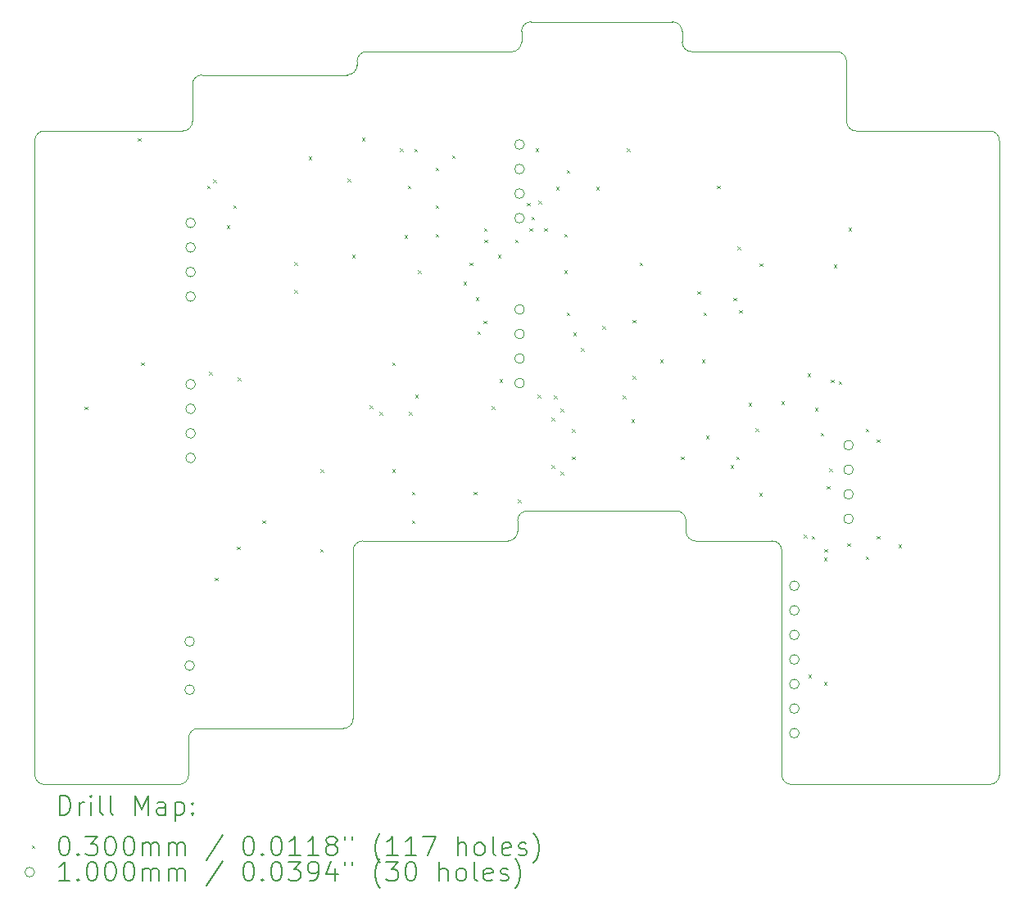
<source format=gbr>
%TF.GenerationSoftware,KiCad,Pcbnew,9.0.0*%
%TF.CreationDate,2025-04-19T15:35:50+09:00*%
%TF.ProjectId,nofy_V2_R,6e6f6679-5f56-4325-9f52-2e6b69636164,rev?*%
%TF.SameCoordinates,Original*%
%TF.FileFunction,Drillmap*%
%TF.FilePolarity,Positive*%
%FSLAX45Y45*%
G04 Gerber Fmt 4.5, Leading zero omitted, Abs format (unit mm)*
G04 Created by KiCad (PCBNEW 9.0.0) date 2025-04-19 15:35:50*
%MOMM*%
%LPD*%
G01*
G04 APERTURE LIST*
%ADD10C,0.050000*%
%ADD11C,0.200000*%
%ADD12C,0.100000*%
G04 APERTURE END LIST*
D10*
X5451250Y-2402585D02*
G75*
G02*
X5351250Y-2502590I-100000J-5D01*
G01*
X8751250Y-7012585D02*
G75*
G02*
X8851245Y-7112585I0J-99995D01*
G01*
X2121250Y-3182585D02*
X2121250Y-9742585D01*
X7151250Y-2052585D02*
G75*
G02*
X7251250Y-1952580I100000J5D01*
G01*
X7111250Y-7112585D02*
G75*
G02*
X7211250Y-7012580I100000J5D01*
G01*
X9941250Y-9842585D02*
X11991250Y-9842585D01*
X3711250Y-9742585D02*
G75*
G02*
X3611250Y-9842585I-100000J0D01*
G01*
X7151250Y-2162585D02*
G75*
G02*
X7051250Y-2262590I-100000J-5D01*
G01*
X10611250Y-3082584D02*
G75*
G02*
X10511246Y-2982584I0J100004D01*
G01*
X3711250Y-9742585D02*
X3711250Y-9362585D01*
X7151250Y-2052585D02*
X7151250Y-2162585D01*
X9841250Y-7422585D02*
X9841250Y-9742585D01*
X5411250Y-7422585D02*
G75*
G02*
X5511250Y-7322580I100000J5D01*
G01*
X8711250Y-1952585D02*
X7251250Y-1952585D01*
X10411250Y-2262585D02*
X8911250Y-2262585D01*
X9741250Y-7322585D02*
G75*
G02*
X9841245Y-7422585I0J-99995D01*
G01*
X7111250Y-7222585D02*
X7111250Y-7112585D01*
X8951250Y-7322585D02*
X9741250Y-7322585D01*
X8911250Y-2262585D02*
G75*
G02*
X8811255Y-2162585I0J99995D01*
G01*
X5511250Y-7322585D02*
X7011250Y-7322585D01*
X7051250Y-2262585D02*
X5551250Y-2262585D01*
X7111250Y-7222585D02*
G75*
G02*
X7011250Y-7322590I-100000J-5D01*
G01*
X3751250Y-2602585D02*
G75*
G02*
X3851250Y-2502580I100000J5D01*
G01*
X2221250Y-9842585D02*
G75*
G02*
X2121255Y-9742585I0J99995D01*
G01*
X10411250Y-2262585D02*
G75*
G02*
X10511245Y-2362585I0J-99995D01*
G01*
X7211250Y-7012585D02*
X8751250Y-7012585D01*
X8951250Y-7322585D02*
G75*
G02*
X8851255Y-7222585I0J99995D01*
G01*
X2221250Y-9842585D02*
X3611250Y-9842585D01*
X2121250Y-3182585D02*
G75*
G02*
X2221250Y-3082585I100000J0D01*
G01*
X3751250Y-2982585D02*
X3751250Y-2602585D01*
X3651250Y-3082585D02*
X2221250Y-3082585D01*
X8711250Y-1952585D02*
G75*
G02*
X8811245Y-2052585I0J-99995D01*
G01*
X8851250Y-7112585D02*
X8851250Y-7222585D01*
X9941250Y-9842585D02*
G75*
G02*
X9841255Y-9742585I0J99995D01*
G01*
X3811250Y-9262585D02*
X5311250Y-9262585D01*
X8811250Y-2162585D02*
X8811250Y-2052585D01*
X12091250Y-3182585D02*
X12091250Y-9742585D01*
X5351250Y-2502585D02*
X3851250Y-2502585D01*
X5411250Y-9162585D02*
X5411250Y-7422585D01*
X10511250Y-2982584D02*
X10511250Y-2362585D01*
X11991250Y-3082585D02*
G75*
G02*
X12091245Y-3182585I0J-99995D01*
G01*
X3751250Y-2982585D02*
G75*
G02*
X3651250Y-3082585I-100000J0D01*
G01*
X3711250Y-9362585D02*
G75*
G02*
X3811250Y-9262580I100000J5D01*
G01*
X5451250Y-2362585D02*
X5451250Y-2402585D01*
X5451250Y-2362585D02*
G75*
G02*
X5551250Y-2262580I100000J5D01*
G01*
X5411250Y-9162585D02*
G75*
G02*
X5311250Y-9262590I-100000J-5D01*
G01*
X11991250Y-3082585D02*
X10611250Y-3082584D01*
X12091250Y-9742585D02*
G75*
G02*
X11991250Y-9842590I-100000J-5D01*
G01*
D11*
D12*
X2637350Y-5933265D02*
X2667350Y-5963265D01*
X2667350Y-5933265D02*
X2637350Y-5963265D01*
X3186250Y-3157585D02*
X3216250Y-3187585D01*
X3216250Y-3157585D02*
X3186250Y-3187585D01*
X3219550Y-5477845D02*
X3249550Y-5507845D01*
X3249550Y-5477845D02*
X3219550Y-5507845D01*
X3903010Y-3645625D02*
X3933010Y-3675625D01*
X3933010Y-3645625D02*
X3903010Y-3675625D01*
X3921250Y-5572585D02*
X3951250Y-5602585D01*
X3951250Y-5572585D02*
X3921250Y-5602585D01*
X3965650Y-3585255D02*
X3995650Y-3615255D01*
X3995650Y-3585255D02*
X3965650Y-3615255D01*
X3983850Y-7702795D02*
X4013850Y-7732795D01*
X4013850Y-7702795D02*
X3983850Y-7732795D01*
X4104850Y-4058985D02*
X4134850Y-4088985D01*
X4134850Y-4058985D02*
X4104850Y-4088985D01*
X4172340Y-3852585D02*
X4202340Y-3882585D01*
X4202340Y-3852585D02*
X4172340Y-3882585D01*
X4209190Y-7382405D02*
X4239190Y-7412405D01*
X4239190Y-7382405D02*
X4209190Y-7412405D01*
X4218750Y-5635145D02*
X4248750Y-5665145D01*
X4248750Y-5635145D02*
X4218750Y-5665145D01*
X4472250Y-7110455D02*
X4502250Y-7140455D01*
X4502250Y-7110455D02*
X4472250Y-7140455D01*
X4804910Y-4438215D02*
X4834910Y-4468215D01*
X4834910Y-4438215D02*
X4804910Y-4468215D01*
X4804910Y-4727145D02*
X4834910Y-4757145D01*
X4834910Y-4727145D02*
X4804910Y-4757145D01*
X4952120Y-3348185D02*
X4982120Y-3378185D01*
X4982120Y-3348185D02*
X4952120Y-3378185D01*
X5071740Y-7407455D02*
X5101740Y-7437455D01*
X5101740Y-7407455D02*
X5071740Y-7437455D01*
X5072070Y-6581895D02*
X5102070Y-6611895D01*
X5102070Y-6581895D02*
X5072070Y-6611895D01*
X5351980Y-3576755D02*
X5381980Y-3606755D01*
X5381980Y-3576755D02*
X5351980Y-3606755D01*
X5401250Y-4362525D02*
X5431250Y-4392525D01*
X5431250Y-4362525D02*
X5401250Y-4392525D01*
X5501250Y-3150315D02*
X5531250Y-3180315D01*
X5531250Y-3150315D02*
X5501250Y-3180315D01*
X5581670Y-5921085D02*
X5611670Y-5951085D01*
X5611670Y-5921085D02*
X5581670Y-5951085D01*
X5684100Y-5989805D02*
X5714100Y-6019805D01*
X5714100Y-5989805D02*
X5684100Y-6019805D01*
X5816250Y-5477845D02*
X5846250Y-5507845D01*
X5846250Y-5477845D02*
X5816250Y-5507845D01*
X5816250Y-6581895D02*
X5846250Y-6611895D01*
X5846250Y-6581895D02*
X5816250Y-6611895D01*
X5896940Y-3262585D02*
X5926940Y-3292585D01*
X5926940Y-3262585D02*
X5896940Y-3292585D01*
X5943090Y-4160015D02*
X5973090Y-4190015D01*
X5973090Y-4160015D02*
X5943090Y-4190015D01*
X5976250Y-3645625D02*
X6006250Y-3675625D01*
X6006250Y-3645625D02*
X5976250Y-3675625D01*
X5988750Y-5988615D02*
X6018750Y-6018615D01*
X6018750Y-5988615D02*
X5988750Y-6018615D01*
X6018210Y-6815075D02*
X6048210Y-6845075D01*
X6048210Y-6815075D02*
X6018210Y-6845075D01*
X6018210Y-7110455D02*
X6048210Y-7140455D01*
X6048210Y-7110455D02*
X6018210Y-7140455D01*
X6042390Y-3266955D02*
X6072390Y-3296955D01*
X6072390Y-3266955D02*
X6042390Y-3296955D01*
X6050680Y-5808685D02*
X6080680Y-5838685D01*
X6080680Y-5808685D02*
X6050680Y-5838685D01*
X6083230Y-4522235D02*
X6113230Y-4552235D01*
X6113230Y-4522235D02*
X6083230Y-4552235D01*
X6262310Y-3461695D02*
X6292310Y-3491695D01*
X6292310Y-3461695D02*
X6262310Y-3491695D01*
X6262420Y-3852585D02*
X6292420Y-3882585D01*
X6292420Y-3852585D02*
X6262420Y-3882585D01*
X6264950Y-4147555D02*
X6294950Y-4177555D01*
X6294950Y-4147555D02*
X6264950Y-4177555D01*
X6433590Y-3334095D02*
X6463590Y-3364095D01*
X6463590Y-3334095D02*
X6433590Y-3364095D01*
X6551970Y-4643465D02*
X6581970Y-4673465D01*
X6581970Y-4643465D02*
X6551970Y-4673465D01*
X6613750Y-4445045D02*
X6643750Y-4475045D01*
X6643750Y-4445045D02*
X6613750Y-4475045D01*
X6656030Y-6815075D02*
X6686030Y-6845075D01*
X6686030Y-6815075D02*
X6656030Y-6845075D01*
X6676770Y-4803125D02*
X6706770Y-4833125D01*
X6706770Y-4803125D02*
X6676770Y-4833125D01*
X6694960Y-5153055D02*
X6724960Y-5183055D01*
X6724960Y-5153055D02*
X6694960Y-5183055D01*
X6761060Y-5045285D02*
X6791060Y-5075285D01*
X6791060Y-5045285D02*
X6761060Y-5075285D01*
X6763850Y-4086725D02*
X6793850Y-4116725D01*
X6793850Y-4086725D02*
X6763850Y-4116725D01*
X6767390Y-4207725D02*
X6797390Y-4237725D01*
X6797390Y-4207725D02*
X6767390Y-4237725D01*
X6842890Y-5930795D02*
X6872890Y-5960795D01*
X6872890Y-5930795D02*
X6842890Y-5960795D01*
X6906250Y-4362525D02*
X6936250Y-4392525D01*
X6936250Y-4362525D02*
X6906250Y-4392525D01*
X6922960Y-5649695D02*
X6952960Y-5679695D01*
X6952960Y-5649695D02*
X6922960Y-5679695D01*
X7083800Y-4207725D02*
X7113800Y-4237725D01*
X7113800Y-4207725D02*
X7083800Y-4237725D01*
X7116250Y-6896415D02*
X7146250Y-6926415D01*
X7146250Y-6896415D02*
X7116250Y-6926415D01*
X7206580Y-3823915D02*
X7236580Y-3853915D01*
X7236580Y-3823915D02*
X7206580Y-3853915D01*
X7233330Y-4086725D02*
X7263330Y-4116725D01*
X7263330Y-4086725D02*
X7233330Y-4116725D01*
X7255060Y-3969585D02*
X7285060Y-3999585D01*
X7285060Y-3969585D02*
X7255060Y-3999585D01*
X7298320Y-3260245D02*
X7328320Y-3290245D01*
X7328320Y-3260245D02*
X7298320Y-3290245D01*
X7319770Y-5808685D02*
X7349770Y-5838685D01*
X7349770Y-5808685D02*
X7319770Y-5838685D01*
X7326920Y-3804285D02*
X7356920Y-3834285D01*
X7356920Y-3804285D02*
X7326920Y-3834285D01*
X7387100Y-4086725D02*
X7417100Y-4116725D01*
X7417100Y-4086725D02*
X7387100Y-4116725D01*
X7461710Y-6050045D02*
X7491710Y-6080045D01*
X7491710Y-6050045D02*
X7461710Y-6080045D01*
X7461710Y-6536895D02*
X7491710Y-6566895D01*
X7491710Y-6536895D02*
X7461710Y-6566895D01*
X7485540Y-5818275D02*
X7515540Y-5848275D01*
X7515540Y-5818275D02*
X7485540Y-5848275D01*
X7507820Y-3660345D02*
X7537820Y-3690345D01*
X7537820Y-3660345D02*
X7507820Y-3690345D01*
X7556510Y-5956035D02*
X7586510Y-5986035D01*
X7586510Y-5956035D02*
X7556510Y-5986035D01*
X7556510Y-6606545D02*
X7586510Y-6636545D01*
X7586510Y-6606545D02*
X7556510Y-6636545D01*
X7591250Y-4147555D02*
X7621250Y-4177555D01*
X7621250Y-4147555D02*
X7591250Y-4177555D01*
X7591250Y-4525685D02*
X7621250Y-4555685D01*
X7621250Y-4525685D02*
X7591250Y-4555685D01*
X7618750Y-3487545D02*
X7648750Y-3517545D01*
X7648750Y-3487545D02*
X7618750Y-3517545D01*
X7618750Y-4958225D02*
X7648750Y-4988225D01*
X7648750Y-4958225D02*
X7618750Y-4988225D01*
X7673780Y-6164655D02*
X7703780Y-6194655D01*
X7703780Y-6164655D02*
X7673780Y-6194655D01*
X7673780Y-6448465D02*
X7703780Y-6478465D01*
X7703780Y-6448465D02*
X7673780Y-6478465D01*
X7685610Y-5167585D02*
X7715610Y-5197585D01*
X7715610Y-5167585D02*
X7685610Y-5197585D01*
X7764560Y-5326955D02*
X7794560Y-5356955D01*
X7794560Y-5326955D02*
X7764560Y-5356955D01*
X7921420Y-3660345D02*
X7951420Y-3690345D01*
X7951420Y-3660345D02*
X7921420Y-3690345D01*
X7985490Y-5099235D02*
X8015490Y-5129235D01*
X8015490Y-5099235D02*
X7985490Y-5129235D01*
X8199350Y-5820475D02*
X8229350Y-5850475D01*
X8229350Y-5820475D02*
X8199350Y-5850475D01*
X8240060Y-3260245D02*
X8270060Y-3290245D01*
X8270060Y-3260245D02*
X8240060Y-3290245D01*
X8288880Y-6063685D02*
X8318880Y-6093685D01*
X8318880Y-6063685D02*
X8288880Y-6093685D01*
X8301640Y-5037115D02*
X8331640Y-5067115D01*
X8331640Y-5037115D02*
X8301640Y-5067115D01*
X8301640Y-5617415D02*
X8331640Y-5647415D01*
X8331640Y-5617415D02*
X8301640Y-5647415D01*
X8371080Y-4444925D02*
X8401080Y-4474925D01*
X8401080Y-4444925D02*
X8371080Y-4474925D01*
X8585220Y-5446815D02*
X8615220Y-5476815D01*
X8615220Y-5446815D02*
X8585220Y-5476815D01*
X8801250Y-6448465D02*
X8831250Y-6478465D01*
X8831250Y-6448465D02*
X8801250Y-6478465D01*
X8970900Y-4741095D02*
X9000900Y-4771095D01*
X9000900Y-4741095D02*
X8970900Y-4771095D01*
X9013930Y-5446815D02*
X9043930Y-5476815D01*
X9043930Y-5446815D02*
X9013930Y-5476815D01*
X9031920Y-4958225D02*
X9061920Y-4988225D01*
X9061920Y-4958225D02*
X9031920Y-4988225D01*
X9056080Y-6232555D02*
X9086080Y-6262555D01*
X9086080Y-6232555D02*
X9056080Y-6262555D01*
X9171250Y-3648275D02*
X9201250Y-3678275D01*
X9201250Y-3648275D02*
X9171250Y-3678275D01*
X9313110Y-6536895D02*
X9343110Y-6566895D01*
X9343110Y-6536895D02*
X9313110Y-6566895D01*
X9340160Y-4807505D02*
X9370160Y-4837505D01*
X9370160Y-4807505D02*
X9340160Y-4837505D01*
X9371940Y-6448465D02*
X9401940Y-6478465D01*
X9401940Y-6448465D02*
X9371940Y-6478465D01*
X9385360Y-4278425D02*
X9415360Y-4308425D01*
X9415360Y-4278425D02*
X9385360Y-4308425D01*
X9400330Y-4932555D02*
X9430330Y-4962555D01*
X9430330Y-4932555D02*
X9400330Y-4962555D01*
X9496250Y-5893475D02*
X9526250Y-5923475D01*
X9526250Y-5893475D02*
X9496250Y-5923475D01*
X9570720Y-6155725D02*
X9600720Y-6185725D01*
X9600720Y-6155725D02*
X9570720Y-6185725D01*
X9609560Y-6825585D02*
X9639560Y-6855585D01*
X9639560Y-6825585D02*
X9609560Y-6855585D01*
X9611250Y-4452585D02*
X9641250Y-4482585D01*
X9641250Y-4452585D02*
X9611250Y-4482585D01*
X9835480Y-5877875D02*
X9865480Y-5907875D01*
X9865480Y-5877875D02*
X9835480Y-5907875D01*
X10071420Y-7260755D02*
X10101420Y-7290755D01*
X10101420Y-7260755D02*
X10071420Y-7290755D01*
X10107910Y-5592785D02*
X10137910Y-5622785D01*
X10137910Y-5592785D02*
X10107910Y-5622785D01*
X10116340Y-8708045D02*
X10146340Y-8738045D01*
X10146340Y-8708045D02*
X10116340Y-8738045D01*
X10150818Y-7270553D02*
X10180818Y-7300553D01*
X10180818Y-7270553D02*
X10150818Y-7300553D01*
X10182620Y-5948335D02*
X10212620Y-5978335D01*
X10212620Y-5948335D02*
X10182620Y-5978335D01*
X10243210Y-6204375D02*
X10273210Y-6234375D01*
X10273210Y-6204375D02*
X10243210Y-6234375D01*
X10275040Y-7495665D02*
X10305040Y-7525665D01*
X10305040Y-7495665D02*
X10275040Y-7525665D01*
X10275040Y-8782945D02*
X10305040Y-8812945D01*
X10305040Y-8782945D02*
X10275040Y-8812945D01*
X10279760Y-7406625D02*
X10309760Y-7436625D01*
X10309760Y-7406625D02*
X10279760Y-7436625D01*
X10305130Y-6755305D02*
X10335130Y-6785305D01*
X10335130Y-6755305D02*
X10305130Y-6785305D01*
X10332650Y-6571585D02*
X10362650Y-6601585D01*
X10362650Y-6571585D02*
X10332650Y-6601585D01*
X10348130Y-5652955D02*
X10378130Y-5682955D01*
X10378130Y-5652955D02*
X10348130Y-5682955D01*
X10380370Y-4463695D02*
X10410370Y-4493695D01*
X10410370Y-4463695D02*
X10380370Y-4493695D01*
X10428300Y-5671845D02*
X10458300Y-5701845D01*
X10458300Y-5671845D02*
X10428300Y-5701845D01*
X10516225Y-7347610D02*
X10546225Y-7377610D01*
X10546225Y-7347610D02*
X10516225Y-7377610D01*
X10531250Y-4081465D02*
X10561250Y-4111465D01*
X10561250Y-4081465D02*
X10531250Y-4111465D01*
X10710390Y-6160595D02*
X10740390Y-6190595D01*
X10740390Y-6160595D02*
X10710390Y-6190595D01*
X10710390Y-7482935D02*
X10740390Y-7512935D01*
X10740390Y-7482935D02*
X10710390Y-7512935D01*
X10822850Y-6273405D02*
X10852850Y-6303405D01*
X10852850Y-6273405D02*
X10822850Y-6303405D01*
X10822850Y-7271965D02*
X10852850Y-7301965D01*
X10852850Y-7271965D02*
X10822850Y-7301965D01*
X11047990Y-7361985D02*
X11077990Y-7391985D01*
X11077990Y-7361985D02*
X11047990Y-7391985D01*
X3771250Y-8362585D02*
G75*
G02*
X3671250Y-8362585I-50000J0D01*
G01*
X3671250Y-8362585D02*
G75*
G02*
X3771250Y-8362585I50000J0D01*
G01*
X3771250Y-8612585D02*
G75*
G02*
X3671250Y-8612585I-50000J0D01*
G01*
X3671250Y-8612585D02*
G75*
G02*
X3771250Y-8612585I50000J0D01*
G01*
X3771250Y-8862585D02*
G75*
G02*
X3671250Y-8862585I-50000J0D01*
G01*
X3671250Y-8862585D02*
G75*
G02*
X3771250Y-8862585I50000J0D01*
G01*
X3781250Y-4033085D02*
G75*
G02*
X3681250Y-4033085I-50000J0D01*
G01*
X3681250Y-4033085D02*
G75*
G02*
X3781250Y-4033085I50000J0D01*
G01*
X3781250Y-4287085D02*
G75*
G02*
X3681250Y-4287085I-50000J0D01*
G01*
X3681250Y-4287085D02*
G75*
G02*
X3781250Y-4287085I50000J0D01*
G01*
X3781250Y-4541085D02*
G75*
G02*
X3681250Y-4541085I-50000J0D01*
G01*
X3681250Y-4541085D02*
G75*
G02*
X3781250Y-4541085I50000J0D01*
G01*
X3781250Y-4795085D02*
G75*
G02*
X3681250Y-4795085I-50000J0D01*
G01*
X3681250Y-4795085D02*
G75*
G02*
X3781250Y-4795085I50000J0D01*
G01*
X3781250Y-5702585D02*
G75*
G02*
X3681250Y-5702585I-50000J0D01*
G01*
X3681250Y-5702585D02*
G75*
G02*
X3781250Y-5702585I50000J0D01*
G01*
X3781250Y-5956585D02*
G75*
G02*
X3681250Y-5956585I-50000J0D01*
G01*
X3681250Y-5956585D02*
G75*
G02*
X3781250Y-5956585I50000J0D01*
G01*
X3781250Y-6210585D02*
G75*
G02*
X3681250Y-6210585I-50000J0D01*
G01*
X3681250Y-6210585D02*
G75*
G02*
X3781250Y-6210585I50000J0D01*
G01*
X3781250Y-6464585D02*
G75*
G02*
X3681250Y-6464585I-50000J0D01*
G01*
X3681250Y-6464585D02*
G75*
G02*
X3781250Y-6464585I50000J0D01*
G01*
X7181250Y-3222585D02*
G75*
G02*
X7081250Y-3222585I-50000J0D01*
G01*
X7081250Y-3222585D02*
G75*
G02*
X7181250Y-3222585I50000J0D01*
G01*
X7181250Y-3476585D02*
G75*
G02*
X7081250Y-3476585I-50000J0D01*
G01*
X7081250Y-3476585D02*
G75*
G02*
X7181250Y-3476585I50000J0D01*
G01*
X7181250Y-3730585D02*
G75*
G02*
X7081250Y-3730585I-50000J0D01*
G01*
X7081250Y-3730585D02*
G75*
G02*
X7181250Y-3730585I50000J0D01*
G01*
X7181250Y-3984585D02*
G75*
G02*
X7081250Y-3984585I-50000J0D01*
G01*
X7081250Y-3984585D02*
G75*
G02*
X7181250Y-3984585I50000J0D01*
G01*
X7181250Y-4928585D02*
G75*
G02*
X7081250Y-4928585I-50000J0D01*
G01*
X7081250Y-4928585D02*
G75*
G02*
X7181250Y-4928585I50000J0D01*
G01*
X7181250Y-5182585D02*
G75*
G02*
X7081250Y-5182585I-50000J0D01*
G01*
X7081250Y-5182585D02*
G75*
G02*
X7181250Y-5182585I50000J0D01*
G01*
X7181250Y-5436585D02*
G75*
G02*
X7081250Y-5436585I-50000J0D01*
G01*
X7081250Y-5436585D02*
G75*
G02*
X7181250Y-5436585I50000J0D01*
G01*
X7181250Y-5690585D02*
G75*
G02*
X7081250Y-5690585I-50000J0D01*
G01*
X7081250Y-5690585D02*
G75*
G02*
X7181250Y-5690585I50000J0D01*
G01*
X10021250Y-7786585D02*
G75*
G02*
X9921250Y-7786585I-50000J0D01*
G01*
X9921250Y-7786585D02*
G75*
G02*
X10021250Y-7786585I50000J0D01*
G01*
X10021250Y-8040585D02*
G75*
G02*
X9921250Y-8040585I-50000J0D01*
G01*
X9921250Y-8040585D02*
G75*
G02*
X10021250Y-8040585I50000J0D01*
G01*
X10021250Y-8294585D02*
G75*
G02*
X9921250Y-8294585I-50000J0D01*
G01*
X9921250Y-8294585D02*
G75*
G02*
X10021250Y-8294585I50000J0D01*
G01*
X10021250Y-8548585D02*
G75*
G02*
X9921250Y-8548585I-50000J0D01*
G01*
X9921250Y-8548585D02*
G75*
G02*
X10021250Y-8548585I50000J0D01*
G01*
X10021250Y-8802585D02*
G75*
G02*
X9921250Y-8802585I-50000J0D01*
G01*
X9921250Y-8802585D02*
G75*
G02*
X10021250Y-8802585I50000J0D01*
G01*
X10021250Y-9056585D02*
G75*
G02*
X9921250Y-9056585I-50000J0D01*
G01*
X9921250Y-9056585D02*
G75*
G02*
X10021250Y-9056585I50000J0D01*
G01*
X10021250Y-9310585D02*
G75*
G02*
X9921250Y-9310585I-50000J0D01*
G01*
X9921250Y-9310585D02*
G75*
G02*
X10021250Y-9310585I50000J0D01*
G01*
X10581250Y-6332585D02*
G75*
G02*
X10481250Y-6332585I-50000J0D01*
G01*
X10481250Y-6332585D02*
G75*
G02*
X10581250Y-6332585I50000J0D01*
G01*
X10581250Y-6586585D02*
G75*
G02*
X10481250Y-6586585I-50000J0D01*
G01*
X10481250Y-6586585D02*
G75*
G02*
X10581250Y-6586585I50000J0D01*
G01*
X10581250Y-6840585D02*
G75*
G02*
X10481250Y-6840585I-50000J0D01*
G01*
X10481250Y-6840585D02*
G75*
G02*
X10581250Y-6840585I50000J0D01*
G01*
X10581250Y-7094585D02*
G75*
G02*
X10481250Y-7094585I-50000J0D01*
G01*
X10481250Y-7094585D02*
G75*
G02*
X10581250Y-7094585I50000J0D01*
G01*
D11*
X2379527Y-10156569D02*
X2379527Y-9956569D01*
X2379527Y-9956569D02*
X2427146Y-9956569D01*
X2427146Y-9956569D02*
X2455717Y-9966093D01*
X2455717Y-9966093D02*
X2474765Y-9985140D01*
X2474765Y-9985140D02*
X2484289Y-10004188D01*
X2484289Y-10004188D02*
X2493813Y-10042283D01*
X2493813Y-10042283D02*
X2493813Y-10070855D01*
X2493813Y-10070855D02*
X2484289Y-10108950D01*
X2484289Y-10108950D02*
X2474765Y-10127997D01*
X2474765Y-10127997D02*
X2455717Y-10147045D01*
X2455717Y-10147045D02*
X2427146Y-10156569D01*
X2427146Y-10156569D02*
X2379527Y-10156569D01*
X2579527Y-10156569D02*
X2579527Y-10023235D01*
X2579527Y-10061331D02*
X2589051Y-10042283D01*
X2589051Y-10042283D02*
X2598574Y-10032759D01*
X2598574Y-10032759D02*
X2617622Y-10023235D01*
X2617622Y-10023235D02*
X2636670Y-10023235D01*
X2703336Y-10156569D02*
X2703336Y-10023235D01*
X2703336Y-9956569D02*
X2693813Y-9966093D01*
X2693813Y-9966093D02*
X2703336Y-9975616D01*
X2703336Y-9975616D02*
X2712860Y-9966093D01*
X2712860Y-9966093D02*
X2703336Y-9956569D01*
X2703336Y-9956569D02*
X2703336Y-9975616D01*
X2827146Y-10156569D02*
X2808098Y-10147045D01*
X2808098Y-10147045D02*
X2798574Y-10127997D01*
X2798574Y-10127997D02*
X2798574Y-9956569D01*
X2931908Y-10156569D02*
X2912860Y-10147045D01*
X2912860Y-10147045D02*
X2903336Y-10127997D01*
X2903336Y-10127997D02*
X2903336Y-9956569D01*
X3160479Y-10156569D02*
X3160479Y-9956569D01*
X3160479Y-9956569D02*
X3227146Y-10099426D01*
X3227146Y-10099426D02*
X3293812Y-9956569D01*
X3293812Y-9956569D02*
X3293812Y-10156569D01*
X3474765Y-10156569D02*
X3474765Y-10051807D01*
X3474765Y-10051807D02*
X3465241Y-10032759D01*
X3465241Y-10032759D02*
X3446193Y-10023235D01*
X3446193Y-10023235D02*
X3408098Y-10023235D01*
X3408098Y-10023235D02*
X3389051Y-10032759D01*
X3474765Y-10147045D02*
X3455717Y-10156569D01*
X3455717Y-10156569D02*
X3408098Y-10156569D01*
X3408098Y-10156569D02*
X3389051Y-10147045D01*
X3389051Y-10147045D02*
X3379527Y-10127997D01*
X3379527Y-10127997D02*
X3379527Y-10108950D01*
X3379527Y-10108950D02*
X3389051Y-10089902D01*
X3389051Y-10089902D02*
X3408098Y-10080378D01*
X3408098Y-10080378D02*
X3455717Y-10080378D01*
X3455717Y-10080378D02*
X3474765Y-10070855D01*
X3570003Y-10023235D02*
X3570003Y-10223235D01*
X3570003Y-10032759D02*
X3589051Y-10023235D01*
X3589051Y-10023235D02*
X3627146Y-10023235D01*
X3627146Y-10023235D02*
X3646193Y-10032759D01*
X3646193Y-10032759D02*
X3655717Y-10042283D01*
X3655717Y-10042283D02*
X3665241Y-10061331D01*
X3665241Y-10061331D02*
X3665241Y-10118474D01*
X3665241Y-10118474D02*
X3655717Y-10137521D01*
X3655717Y-10137521D02*
X3646193Y-10147045D01*
X3646193Y-10147045D02*
X3627146Y-10156569D01*
X3627146Y-10156569D02*
X3589051Y-10156569D01*
X3589051Y-10156569D02*
X3570003Y-10147045D01*
X3750955Y-10137521D02*
X3760479Y-10147045D01*
X3760479Y-10147045D02*
X3750955Y-10156569D01*
X3750955Y-10156569D02*
X3741432Y-10147045D01*
X3741432Y-10147045D02*
X3750955Y-10137521D01*
X3750955Y-10137521D02*
X3750955Y-10156569D01*
X3750955Y-10032759D02*
X3760479Y-10042283D01*
X3760479Y-10042283D02*
X3750955Y-10051807D01*
X3750955Y-10051807D02*
X3741432Y-10042283D01*
X3741432Y-10042283D02*
X3750955Y-10032759D01*
X3750955Y-10032759D02*
X3750955Y-10051807D01*
D12*
X2088750Y-10470085D02*
X2118750Y-10500085D01*
X2118750Y-10470085D02*
X2088750Y-10500085D01*
D11*
X2417622Y-10376569D02*
X2436670Y-10376569D01*
X2436670Y-10376569D02*
X2455717Y-10386093D01*
X2455717Y-10386093D02*
X2465241Y-10395616D01*
X2465241Y-10395616D02*
X2474765Y-10414664D01*
X2474765Y-10414664D02*
X2484289Y-10452759D01*
X2484289Y-10452759D02*
X2484289Y-10500378D01*
X2484289Y-10500378D02*
X2474765Y-10538474D01*
X2474765Y-10538474D02*
X2465241Y-10557521D01*
X2465241Y-10557521D02*
X2455717Y-10567045D01*
X2455717Y-10567045D02*
X2436670Y-10576569D01*
X2436670Y-10576569D02*
X2417622Y-10576569D01*
X2417622Y-10576569D02*
X2398574Y-10567045D01*
X2398574Y-10567045D02*
X2389051Y-10557521D01*
X2389051Y-10557521D02*
X2379527Y-10538474D01*
X2379527Y-10538474D02*
X2370003Y-10500378D01*
X2370003Y-10500378D02*
X2370003Y-10452759D01*
X2370003Y-10452759D02*
X2379527Y-10414664D01*
X2379527Y-10414664D02*
X2389051Y-10395616D01*
X2389051Y-10395616D02*
X2398574Y-10386093D01*
X2398574Y-10386093D02*
X2417622Y-10376569D01*
X2570003Y-10557521D02*
X2579527Y-10567045D01*
X2579527Y-10567045D02*
X2570003Y-10576569D01*
X2570003Y-10576569D02*
X2560479Y-10567045D01*
X2560479Y-10567045D02*
X2570003Y-10557521D01*
X2570003Y-10557521D02*
X2570003Y-10576569D01*
X2646194Y-10376569D02*
X2770003Y-10376569D01*
X2770003Y-10376569D02*
X2703336Y-10452759D01*
X2703336Y-10452759D02*
X2731908Y-10452759D01*
X2731908Y-10452759D02*
X2750955Y-10462283D01*
X2750955Y-10462283D02*
X2760479Y-10471807D01*
X2760479Y-10471807D02*
X2770003Y-10490855D01*
X2770003Y-10490855D02*
X2770003Y-10538474D01*
X2770003Y-10538474D02*
X2760479Y-10557521D01*
X2760479Y-10557521D02*
X2750955Y-10567045D01*
X2750955Y-10567045D02*
X2731908Y-10576569D01*
X2731908Y-10576569D02*
X2674765Y-10576569D01*
X2674765Y-10576569D02*
X2655717Y-10567045D01*
X2655717Y-10567045D02*
X2646194Y-10557521D01*
X2893812Y-10376569D02*
X2912860Y-10376569D01*
X2912860Y-10376569D02*
X2931908Y-10386093D01*
X2931908Y-10386093D02*
X2941432Y-10395616D01*
X2941432Y-10395616D02*
X2950955Y-10414664D01*
X2950955Y-10414664D02*
X2960479Y-10452759D01*
X2960479Y-10452759D02*
X2960479Y-10500378D01*
X2960479Y-10500378D02*
X2950955Y-10538474D01*
X2950955Y-10538474D02*
X2941432Y-10557521D01*
X2941432Y-10557521D02*
X2931908Y-10567045D01*
X2931908Y-10567045D02*
X2912860Y-10576569D01*
X2912860Y-10576569D02*
X2893812Y-10576569D01*
X2893812Y-10576569D02*
X2874765Y-10567045D01*
X2874765Y-10567045D02*
X2865241Y-10557521D01*
X2865241Y-10557521D02*
X2855717Y-10538474D01*
X2855717Y-10538474D02*
X2846193Y-10500378D01*
X2846193Y-10500378D02*
X2846193Y-10452759D01*
X2846193Y-10452759D02*
X2855717Y-10414664D01*
X2855717Y-10414664D02*
X2865241Y-10395616D01*
X2865241Y-10395616D02*
X2874765Y-10386093D01*
X2874765Y-10386093D02*
X2893812Y-10376569D01*
X3084289Y-10376569D02*
X3103336Y-10376569D01*
X3103336Y-10376569D02*
X3122384Y-10386093D01*
X3122384Y-10386093D02*
X3131908Y-10395616D01*
X3131908Y-10395616D02*
X3141432Y-10414664D01*
X3141432Y-10414664D02*
X3150955Y-10452759D01*
X3150955Y-10452759D02*
X3150955Y-10500378D01*
X3150955Y-10500378D02*
X3141432Y-10538474D01*
X3141432Y-10538474D02*
X3131908Y-10557521D01*
X3131908Y-10557521D02*
X3122384Y-10567045D01*
X3122384Y-10567045D02*
X3103336Y-10576569D01*
X3103336Y-10576569D02*
X3084289Y-10576569D01*
X3084289Y-10576569D02*
X3065241Y-10567045D01*
X3065241Y-10567045D02*
X3055717Y-10557521D01*
X3055717Y-10557521D02*
X3046193Y-10538474D01*
X3046193Y-10538474D02*
X3036670Y-10500378D01*
X3036670Y-10500378D02*
X3036670Y-10452759D01*
X3036670Y-10452759D02*
X3046193Y-10414664D01*
X3046193Y-10414664D02*
X3055717Y-10395616D01*
X3055717Y-10395616D02*
X3065241Y-10386093D01*
X3065241Y-10386093D02*
X3084289Y-10376569D01*
X3236670Y-10576569D02*
X3236670Y-10443235D01*
X3236670Y-10462283D02*
X3246193Y-10452759D01*
X3246193Y-10452759D02*
X3265241Y-10443235D01*
X3265241Y-10443235D02*
X3293813Y-10443235D01*
X3293813Y-10443235D02*
X3312860Y-10452759D01*
X3312860Y-10452759D02*
X3322384Y-10471807D01*
X3322384Y-10471807D02*
X3322384Y-10576569D01*
X3322384Y-10471807D02*
X3331908Y-10452759D01*
X3331908Y-10452759D02*
X3350955Y-10443235D01*
X3350955Y-10443235D02*
X3379527Y-10443235D01*
X3379527Y-10443235D02*
X3398574Y-10452759D01*
X3398574Y-10452759D02*
X3408098Y-10471807D01*
X3408098Y-10471807D02*
X3408098Y-10576569D01*
X3503336Y-10576569D02*
X3503336Y-10443235D01*
X3503336Y-10462283D02*
X3512860Y-10452759D01*
X3512860Y-10452759D02*
X3531908Y-10443235D01*
X3531908Y-10443235D02*
X3560479Y-10443235D01*
X3560479Y-10443235D02*
X3579527Y-10452759D01*
X3579527Y-10452759D02*
X3589051Y-10471807D01*
X3589051Y-10471807D02*
X3589051Y-10576569D01*
X3589051Y-10471807D02*
X3598574Y-10452759D01*
X3598574Y-10452759D02*
X3617622Y-10443235D01*
X3617622Y-10443235D02*
X3646193Y-10443235D01*
X3646193Y-10443235D02*
X3665241Y-10452759D01*
X3665241Y-10452759D02*
X3674765Y-10471807D01*
X3674765Y-10471807D02*
X3674765Y-10576569D01*
X4065241Y-10367045D02*
X3893813Y-10624188D01*
X4322384Y-10376569D02*
X4341432Y-10376569D01*
X4341432Y-10376569D02*
X4360479Y-10386093D01*
X4360479Y-10386093D02*
X4370003Y-10395616D01*
X4370003Y-10395616D02*
X4379527Y-10414664D01*
X4379527Y-10414664D02*
X4389051Y-10452759D01*
X4389051Y-10452759D02*
X4389051Y-10500378D01*
X4389051Y-10500378D02*
X4379527Y-10538474D01*
X4379527Y-10538474D02*
X4370003Y-10557521D01*
X4370003Y-10557521D02*
X4360479Y-10567045D01*
X4360479Y-10567045D02*
X4341432Y-10576569D01*
X4341432Y-10576569D02*
X4322384Y-10576569D01*
X4322384Y-10576569D02*
X4303337Y-10567045D01*
X4303337Y-10567045D02*
X4293813Y-10557521D01*
X4293813Y-10557521D02*
X4284289Y-10538474D01*
X4284289Y-10538474D02*
X4274765Y-10500378D01*
X4274765Y-10500378D02*
X4274765Y-10452759D01*
X4274765Y-10452759D02*
X4284289Y-10414664D01*
X4284289Y-10414664D02*
X4293813Y-10395616D01*
X4293813Y-10395616D02*
X4303337Y-10386093D01*
X4303337Y-10386093D02*
X4322384Y-10376569D01*
X4474765Y-10557521D02*
X4484289Y-10567045D01*
X4484289Y-10567045D02*
X4474765Y-10576569D01*
X4474765Y-10576569D02*
X4465241Y-10567045D01*
X4465241Y-10567045D02*
X4474765Y-10557521D01*
X4474765Y-10557521D02*
X4474765Y-10576569D01*
X4608098Y-10376569D02*
X4627146Y-10376569D01*
X4627146Y-10376569D02*
X4646194Y-10386093D01*
X4646194Y-10386093D02*
X4655718Y-10395616D01*
X4655718Y-10395616D02*
X4665241Y-10414664D01*
X4665241Y-10414664D02*
X4674765Y-10452759D01*
X4674765Y-10452759D02*
X4674765Y-10500378D01*
X4674765Y-10500378D02*
X4665241Y-10538474D01*
X4665241Y-10538474D02*
X4655718Y-10557521D01*
X4655718Y-10557521D02*
X4646194Y-10567045D01*
X4646194Y-10567045D02*
X4627146Y-10576569D01*
X4627146Y-10576569D02*
X4608098Y-10576569D01*
X4608098Y-10576569D02*
X4589051Y-10567045D01*
X4589051Y-10567045D02*
X4579527Y-10557521D01*
X4579527Y-10557521D02*
X4570003Y-10538474D01*
X4570003Y-10538474D02*
X4560479Y-10500378D01*
X4560479Y-10500378D02*
X4560479Y-10452759D01*
X4560479Y-10452759D02*
X4570003Y-10414664D01*
X4570003Y-10414664D02*
X4579527Y-10395616D01*
X4579527Y-10395616D02*
X4589051Y-10386093D01*
X4589051Y-10386093D02*
X4608098Y-10376569D01*
X4865241Y-10576569D02*
X4750956Y-10576569D01*
X4808098Y-10576569D02*
X4808098Y-10376569D01*
X4808098Y-10376569D02*
X4789051Y-10405140D01*
X4789051Y-10405140D02*
X4770003Y-10424188D01*
X4770003Y-10424188D02*
X4750956Y-10433712D01*
X5055718Y-10576569D02*
X4941432Y-10576569D01*
X4998575Y-10576569D02*
X4998575Y-10376569D01*
X4998575Y-10376569D02*
X4979527Y-10405140D01*
X4979527Y-10405140D02*
X4960479Y-10424188D01*
X4960479Y-10424188D02*
X4941432Y-10433712D01*
X5170003Y-10462283D02*
X5150956Y-10452759D01*
X5150956Y-10452759D02*
X5141432Y-10443235D01*
X5141432Y-10443235D02*
X5131908Y-10424188D01*
X5131908Y-10424188D02*
X5131908Y-10414664D01*
X5131908Y-10414664D02*
X5141432Y-10395616D01*
X5141432Y-10395616D02*
X5150956Y-10386093D01*
X5150956Y-10386093D02*
X5170003Y-10376569D01*
X5170003Y-10376569D02*
X5208099Y-10376569D01*
X5208099Y-10376569D02*
X5227146Y-10386093D01*
X5227146Y-10386093D02*
X5236670Y-10395616D01*
X5236670Y-10395616D02*
X5246194Y-10414664D01*
X5246194Y-10414664D02*
X5246194Y-10424188D01*
X5246194Y-10424188D02*
X5236670Y-10443235D01*
X5236670Y-10443235D02*
X5227146Y-10452759D01*
X5227146Y-10452759D02*
X5208099Y-10462283D01*
X5208099Y-10462283D02*
X5170003Y-10462283D01*
X5170003Y-10462283D02*
X5150956Y-10471807D01*
X5150956Y-10471807D02*
X5141432Y-10481331D01*
X5141432Y-10481331D02*
X5131908Y-10500378D01*
X5131908Y-10500378D02*
X5131908Y-10538474D01*
X5131908Y-10538474D02*
X5141432Y-10557521D01*
X5141432Y-10557521D02*
X5150956Y-10567045D01*
X5150956Y-10567045D02*
X5170003Y-10576569D01*
X5170003Y-10576569D02*
X5208099Y-10576569D01*
X5208099Y-10576569D02*
X5227146Y-10567045D01*
X5227146Y-10567045D02*
X5236670Y-10557521D01*
X5236670Y-10557521D02*
X5246194Y-10538474D01*
X5246194Y-10538474D02*
X5246194Y-10500378D01*
X5246194Y-10500378D02*
X5236670Y-10481331D01*
X5236670Y-10481331D02*
X5227146Y-10471807D01*
X5227146Y-10471807D02*
X5208099Y-10462283D01*
X5322384Y-10376569D02*
X5322384Y-10414664D01*
X5398575Y-10376569D02*
X5398575Y-10414664D01*
X5693813Y-10652759D02*
X5684289Y-10643235D01*
X5684289Y-10643235D02*
X5665241Y-10614664D01*
X5665241Y-10614664D02*
X5655718Y-10595616D01*
X5655718Y-10595616D02*
X5646194Y-10567045D01*
X5646194Y-10567045D02*
X5636670Y-10519426D01*
X5636670Y-10519426D02*
X5636670Y-10481331D01*
X5636670Y-10481331D02*
X5646194Y-10433712D01*
X5646194Y-10433712D02*
X5655718Y-10405140D01*
X5655718Y-10405140D02*
X5665241Y-10386093D01*
X5665241Y-10386093D02*
X5684289Y-10357521D01*
X5684289Y-10357521D02*
X5693813Y-10347997D01*
X5874765Y-10576569D02*
X5760479Y-10576569D01*
X5817622Y-10576569D02*
X5817622Y-10376569D01*
X5817622Y-10376569D02*
X5798575Y-10405140D01*
X5798575Y-10405140D02*
X5779527Y-10424188D01*
X5779527Y-10424188D02*
X5760479Y-10433712D01*
X6065241Y-10576569D02*
X5950956Y-10576569D01*
X6008098Y-10576569D02*
X6008098Y-10376569D01*
X6008098Y-10376569D02*
X5989051Y-10405140D01*
X5989051Y-10405140D02*
X5970003Y-10424188D01*
X5970003Y-10424188D02*
X5950956Y-10433712D01*
X6131908Y-10376569D02*
X6265241Y-10376569D01*
X6265241Y-10376569D02*
X6179527Y-10576569D01*
X6493813Y-10576569D02*
X6493813Y-10376569D01*
X6579527Y-10576569D02*
X6579527Y-10471807D01*
X6579527Y-10471807D02*
X6570003Y-10452759D01*
X6570003Y-10452759D02*
X6550956Y-10443235D01*
X6550956Y-10443235D02*
X6522384Y-10443235D01*
X6522384Y-10443235D02*
X6503337Y-10452759D01*
X6503337Y-10452759D02*
X6493813Y-10462283D01*
X6703337Y-10576569D02*
X6684289Y-10567045D01*
X6684289Y-10567045D02*
X6674765Y-10557521D01*
X6674765Y-10557521D02*
X6665241Y-10538474D01*
X6665241Y-10538474D02*
X6665241Y-10481331D01*
X6665241Y-10481331D02*
X6674765Y-10462283D01*
X6674765Y-10462283D02*
X6684289Y-10452759D01*
X6684289Y-10452759D02*
X6703337Y-10443235D01*
X6703337Y-10443235D02*
X6731908Y-10443235D01*
X6731908Y-10443235D02*
X6750956Y-10452759D01*
X6750956Y-10452759D02*
X6760480Y-10462283D01*
X6760480Y-10462283D02*
X6770003Y-10481331D01*
X6770003Y-10481331D02*
X6770003Y-10538474D01*
X6770003Y-10538474D02*
X6760480Y-10557521D01*
X6760480Y-10557521D02*
X6750956Y-10567045D01*
X6750956Y-10567045D02*
X6731908Y-10576569D01*
X6731908Y-10576569D02*
X6703337Y-10576569D01*
X6884289Y-10576569D02*
X6865241Y-10567045D01*
X6865241Y-10567045D02*
X6855718Y-10547997D01*
X6855718Y-10547997D02*
X6855718Y-10376569D01*
X7036670Y-10567045D02*
X7017622Y-10576569D01*
X7017622Y-10576569D02*
X6979527Y-10576569D01*
X6979527Y-10576569D02*
X6960480Y-10567045D01*
X6960480Y-10567045D02*
X6950956Y-10547997D01*
X6950956Y-10547997D02*
X6950956Y-10471807D01*
X6950956Y-10471807D02*
X6960480Y-10452759D01*
X6960480Y-10452759D02*
X6979527Y-10443235D01*
X6979527Y-10443235D02*
X7017622Y-10443235D01*
X7017622Y-10443235D02*
X7036670Y-10452759D01*
X7036670Y-10452759D02*
X7046194Y-10471807D01*
X7046194Y-10471807D02*
X7046194Y-10490855D01*
X7046194Y-10490855D02*
X6950956Y-10509902D01*
X7122384Y-10567045D02*
X7141432Y-10576569D01*
X7141432Y-10576569D02*
X7179527Y-10576569D01*
X7179527Y-10576569D02*
X7198575Y-10567045D01*
X7198575Y-10567045D02*
X7208099Y-10547997D01*
X7208099Y-10547997D02*
X7208099Y-10538474D01*
X7208099Y-10538474D02*
X7198575Y-10519426D01*
X7198575Y-10519426D02*
X7179527Y-10509902D01*
X7179527Y-10509902D02*
X7150956Y-10509902D01*
X7150956Y-10509902D02*
X7131908Y-10500378D01*
X7131908Y-10500378D02*
X7122384Y-10481331D01*
X7122384Y-10481331D02*
X7122384Y-10471807D01*
X7122384Y-10471807D02*
X7131908Y-10452759D01*
X7131908Y-10452759D02*
X7150956Y-10443235D01*
X7150956Y-10443235D02*
X7179527Y-10443235D01*
X7179527Y-10443235D02*
X7198575Y-10452759D01*
X7274765Y-10652759D02*
X7284289Y-10643235D01*
X7284289Y-10643235D02*
X7303337Y-10614664D01*
X7303337Y-10614664D02*
X7312861Y-10595616D01*
X7312861Y-10595616D02*
X7322384Y-10567045D01*
X7322384Y-10567045D02*
X7331908Y-10519426D01*
X7331908Y-10519426D02*
X7331908Y-10481331D01*
X7331908Y-10481331D02*
X7322384Y-10433712D01*
X7322384Y-10433712D02*
X7312861Y-10405140D01*
X7312861Y-10405140D02*
X7303337Y-10386093D01*
X7303337Y-10386093D02*
X7284289Y-10357521D01*
X7284289Y-10357521D02*
X7274765Y-10347997D01*
D12*
X2118750Y-10749085D02*
G75*
G02*
X2018750Y-10749085I-50000J0D01*
G01*
X2018750Y-10749085D02*
G75*
G02*
X2118750Y-10749085I50000J0D01*
G01*
D11*
X2484289Y-10840569D02*
X2370003Y-10840569D01*
X2427146Y-10840569D02*
X2427146Y-10640569D01*
X2427146Y-10640569D02*
X2408098Y-10669140D01*
X2408098Y-10669140D02*
X2389051Y-10688188D01*
X2389051Y-10688188D02*
X2370003Y-10697712D01*
X2570003Y-10821521D02*
X2579527Y-10831045D01*
X2579527Y-10831045D02*
X2570003Y-10840569D01*
X2570003Y-10840569D02*
X2560479Y-10831045D01*
X2560479Y-10831045D02*
X2570003Y-10821521D01*
X2570003Y-10821521D02*
X2570003Y-10840569D01*
X2703336Y-10640569D02*
X2722384Y-10640569D01*
X2722384Y-10640569D02*
X2741432Y-10650093D01*
X2741432Y-10650093D02*
X2750955Y-10659616D01*
X2750955Y-10659616D02*
X2760479Y-10678664D01*
X2760479Y-10678664D02*
X2770003Y-10716759D01*
X2770003Y-10716759D02*
X2770003Y-10764378D01*
X2770003Y-10764378D02*
X2760479Y-10802474D01*
X2760479Y-10802474D02*
X2750955Y-10821521D01*
X2750955Y-10821521D02*
X2741432Y-10831045D01*
X2741432Y-10831045D02*
X2722384Y-10840569D01*
X2722384Y-10840569D02*
X2703336Y-10840569D01*
X2703336Y-10840569D02*
X2684289Y-10831045D01*
X2684289Y-10831045D02*
X2674765Y-10821521D01*
X2674765Y-10821521D02*
X2665241Y-10802474D01*
X2665241Y-10802474D02*
X2655717Y-10764378D01*
X2655717Y-10764378D02*
X2655717Y-10716759D01*
X2655717Y-10716759D02*
X2665241Y-10678664D01*
X2665241Y-10678664D02*
X2674765Y-10659616D01*
X2674765Y-10659616D02*
X2684289Y-10650093D01*
X2684289Y-10650093D02*
X2703336Y-10640569D01*
X2893812Y-10640569D02*
X2912860Y-10640569D01*
X2912860Y-10640569D02*
X2931908Y-10650093D01*
X2931908Y-10650093D02*
X2941432Y-10659616D01*
X2941432Y-10659616D02*
X2950955Y-10678664D01*
X2950955Y-10678664D02*
X2960479Y-10716759D01*
X2960479Y-10716759D02*
X2960479Y-10764378D01*
X2960479Y-10764378D02*
X2950955Y-10802474D01*
X2950955Y-10802474D02*
X2941432Y-10821521D01*
X2941432Y-10821521D02*
X2931908Y-10831045D01*
X2931908Y-10831045D02*
X2912860Y-10840569D01*
X2912860Y-10840569D02*
X2893812Y-10840569D01*
X2893812Y-10840569D02*
X2874765Y-10831045D01*
X2874765Y-10831045D02*
X2865241Y-10821521D01*
X2865241Y-10821521D02*
X2855717Y-10802474D01*
X2855717Y-10802474D02*
X2846193Y-10764378D01*
X2846193Y-10764378D02*
X2846193Y-10716759D01*
X2846193Y-10716759D02*
X2855717Y-10678664D01*
X2855717Y-10678664D02*
X2865241Y-10659616D01*
X2865241Y-10659616D02*
X2874765Y-10650093D01*
X2874765Y-10650093D02*
X2893812Y-10640569D01*
X3084289Y-10640569D02*
X3103336Y-10640569D01*
X3103336Y-10640569D02*
X3122384Y-10650093D01*
X3122384Y-10650093D02*
X3131908Y-10659616D01*
X3131908Y-10659616D02*
X3141432Y-10678664D01*
X3141432Y-10678664D02*
X3150955Y-10716759D01*
X3150955Y-10716759D02*
X3150955Y-10764378D01*
X3150955Y-10764378D02*
X3141432Y-10802474D01*
X3141432Y-10802474D02*
X3131908Y-10821521D01*
X3131908Y-10821521D02*
X3122384Y-10831045D01*
X3122384Y-10831045D02*
X3103336Y-10840569D01*
X3103336Y-10840569D02*
X3084289Y-10840569D01*
X3084289Y-10840569D02*
X3065241Y-10831045D01*
X3065241Y-10831045D02*
X3055717Y-10821521D01*
X3055717Y-10821521D02*
X3046193Y-10802474D01*
X3046193Y-10802474D02*
X3036670Y-10764378D01*
X3036670Y-10764378D02*
X3036670Y-10716759D01*
X3036670Y-10716759D02*
X3046193Y-10678664D01*
X3046193Y-10678664D02*
X3055717Y-10659616D01*
X3055717Y-10659616D02*
X3065241Y-10650093D01*
X3065241Y-10650093D02*
X3084289Y-10640569D01*
X3236670Y-10840569D02*
X3236670Y-10707235D01*
X3236670Y-10726283D02*
X3246193Y-10716759D01*
X3246193Y-10716759D02*
X3265241Y-10707235D01*
X3265241Y-10707235D02*
X3293813Y-10707235D01*
X3293813Y-10707235D02*
X3312860Y-10716759D01*
X3312860Y-10716759D02*
X3322384Y-10735807D01*
X3322384Y-10735807D02*
X3322384Y-10840569D01*
X3322384Y-10735807D02*
X3331908Y-10716759D01*
X3331908Y-10716759D02*
X3350955Y-10707235D01*
X3350955Y-10707235D02*
X3379527Y-10707235D01*
X3379527Y-10707235D02*
X3398574Y-10716759D01*
X3398574Y-10716759D02*
X3408098Y-10735807D01*
X3408098Y-10735807D02*
X3408098Y-10840569D01*
X3503336Y-10840569D02*
X3503336Y-10707235D01*
X3503336Y-10726283D02*
X3512860Y-10716759D01*
X3512860Y-10716759D02*
X3531908Y-10707235D01*
X3531908Y-10707235D02*
X3560479Y-10707235D01*
X3560479Y-10707235D02*
X3579527Y-10716759D01*
X3579527Y-10716759D02*
X3589051Y-10735807D01*
X3589051Y-10735807D02*
X3589051Y-10840569D01*
X3589051Y-10735807D02*
X3598574Y-10716759D01*
X3598574Y-10716759D02*
X3617622Y-10707235D01*
X3617622Y-10707235D02*
X3646193Y-10707235D01*
X3646193Y-10707235D02*
X3665241Y-10716759D01*
X3665241Y-10716759D02*
X3674765Y-10735807D01*
X3674765Y-10735807D02*
X3674765Y-10840569D01*
X4065241Y-10631045D02*
X3893813Y-10888188D01*
X4322384Y-10640569D02*
X4341432Y-10640569D01*
X4341432Y-10640569D02*
X4360479Y-10650093D01*
X4360479Y-10650093D02*
X4370003Y-10659616D01*
X4370003Y-10659616D02*
X4379527Y-10678664D01*
X4379527Y-10678664D02*
X4389051Y-10716759D01*
X4389051Y-10716759D02*
X4389051Y-10764378D01*
X4389051Y-10764378D02*
X4379527Y-10802474D01*
X4379527Y-10802474D02*
X4370003Y-10821521D01*
X4370003Y-10821521D02*
X4360479Y-10831045D01*
X4360479Y-10831045D02*
X4341432Y-10840569D01*
X4341432Y-10840569D02*
X4322384Y-10840569D01*
X4322384Y-10840569D02*
X4303337Y-10831045D01*
X4303337Y-10831045D02*
X4293813Y-10821521D01*
X4293813Y-10821521D02*
X4284289Y-10802474D01*
X4284289Y-10802474D02*
X4274765Y-10764378D01*
X4274765Y-10764378D02*
X4274765Y-10716759D01*
X4274765Y-10716759D02*
X4284289Y-10678664D01*
X4284289Y-10678664D02*
X4293813Y-10659616D01*
X4293813Y-10659616D02*
X4303337Y-10650093D01*
X4303337Y-10650093D02*
X4322384Y-10640569D01*
X4474765Y-10821521D02*
X4484289Y-10831045D01*
X4484289Y-10831045D02*
X4474765Y-10840569D01*
X4474765Y-10840569D02*
X4465241Y-10831045D01*
X4465241Y-10831045D02*
X4474765Y-10821521D01*
X4474765Y-10821521D02*
X4474765Y-10840569D01*
X4608098Y-10640569D02*
X4627146Y-10640569D01*
X4627146Y-10640569D02*
X4646194Y-10650093D01*
X4646194Y-10650093D02*
X4655718Y-10659616D01*
X4655718Y-10659616D02*
X4665241Y-10678664D01*
X4665241Y-10678664D02*
X4674765Y-10716759D01*
X4674765Y-10716759D02*
X4674765Y-10764378D01*
X4674765Y-10764378D02*
X4665241Y-10802474D01*
X4665241Y-10802474D02*
X4655718Y-10821521D01*
X4655718Y-10821521D02*
X4646194Y-10831045D01*
X4646194Y-10831045D02*
X4627146Y-10840569D01*
X4627146Y-10840569D02*
X4608098Y-10840569D01*
X4608098Y-10840569D02*
X4589051Y-10831045D01*
X4589051Y-10831045D02*
X4579527Y-10821521D01*
X4579527Y-10821521D02*
X4570003Y-10802474D01*
X4570003Y-10802474D02*
X4560479Y-10764378D01*
X4560479Y-10764378D02*
X4560479Y-10716759D01*
X4560479Y-10716759D02*
X4570003Y-10678664D01*
X4570003Y-10678664D02*
X4579527Y-10659616D01*
X4579527Y-10659616D02*
X4589051Y-10650093D01*
X4589051Y-10650093D02*
X4608098Y-10640569D01*
X4741432Y-10640569D02*
X4865241Y-10640569D01*
X4865241Y-10640569D02*
X4798575Y-10716759D01*
X4798575Y-10716759D02*
X4827146Y-10716759D01*
X4827146Y-10716759D02*
X4846194Y-10726283D01*
X4846194Y-10726283D02*
X4855718Y-10735807D01*
X4855718Y-10735807D02*
X4865241Y-10754855D01*
X4865241Y-10754855D02*
X4865241Y-10802474D01*
X4865241Y-10802474D02*
X4855718Y-10821521D01*
X4855718Y-10821521D02*
X4846194Y-10831045D01*
X4846194Y-10831045D02*
X4827146Y-10840569D01*
X4827146Y-10840569D02*
X4770003Y-10840569D01*
X4770003Y-10840569D02*
X4750956Y-10831045D01*
X4750956Y-10831045D02*
X4741432Y-10821521D01*
X4960479Y-10840569D02*
X4998575Y-10840569D01*
X4998575Y-10840569D02*
X5017622Y-10831045D01*
X5017622Y-10831045D02*
X5027146Y-10821521D01*
X5027146Y-10821521D02*
X5046194Y-10792950D01*
X5046194Y-10792950D02*
X5055718Y-10754855D01*
X5055718Y-10754855D02*
X5055718Y-10678664D01*
X5055718Y-10678664D02*
X5046194Y-10659616D01*
X5046194Y-10659616D02*
X5036670Y-10650093D01*
X5036670Y-10650093D02*
X5017622Y-10640569D01*
X5017622Y-10640569D02*
X4979527Y-10640569D01*
X4979527Y-10640569D02*
X4960479Y-10650093D01*
X4960479Y-10650093D02*
X4950956Y-10659616D01*
X4950956Y-10659616D02*
X4941432Y-10678664D01*
X4941432Y-10678664D02*
X4941432Y-10726283D01*
X4941432Y-10726283D02*
X4950956Y-10745331D01*
X4950956Y-10745331D02*
X4960479Y-10754855D01*
X4960479Y-10754855D02*
X4979527Y-10764378D01*
X4979527Y-10764378D02*
X5017622Y-10764378D01*
X5017622Y-10764378D02*
X5036670Y-10754855D01*
X5036670Y-10754855D02*
X5046194Y-10745331D01*
X5046194Y-10745331D02*
X5055718Y-10726283D01*
X5227146Y-10707235D02*
X5227146Y-10840569D01*
X5179527Y-10631045D02*
X5131908Y-10773902D01*
X5131908Y-10773902D02*
X5255718Y-10773902D01*
X5322384Y-10640569D02*
X5322384Y-10678664D01*
X5398575Y-10640569D02*
X5398575Y-10678664D01*
X5693813Y-10916759D02*
X5684289Y-10907235D01*
X5684289Y-10907235D02*
X5665241Y-10878664D01*
X5665241Y-10878664D02*
X5655718Y-10859616D01*
X5655718Y-10859616D02*
X5646194Y-10831045D01*
X5646194Y-10831045D02*
X5636670Y-10783426D01*
X5636670Y-10783426D02*
X5636670Y-10745331D01*
X5636670Y-10745331D02*
X5646194Y-10697712D01*
X5646194Y-10697712D02*
X5655718Y-10669140D01*
X5655718Y-10669140D02*
X5665241Y-10650093D01*
X5665241Y-10650093D02*
X5684289Y-10621521D01*
X5684289Y-10621521D02*
X5693813Y-10611997D01*
X5750956Y-10640569D02*
X5874765Y-10640569D01*
X5874765Y-10640569D02*
X5808098Y-10716759D01*
X5808098Y-10716759D02*
X5836670Y-10716759D01*
X5836670Y-10716759D02*
X5855718Y-10726283D01*
X5855718Y-10726283D02*
X5865241Y-10735807D01*
X5865241Y-10735807D02*
X5874765Y-10754855D01*
X5874765Y-10754855D02*
X5874765Y-10802474D01*
X5874765Y-10802474D02*
X5865241Y-10821521D01*
X5865241Y-10821521D02*
X5855718Y-10831045D01*
X5855718Y-10831045D02*
X5836670Y-10840569D01*
X5836670Y-10840569D02*
X5779527Y-10840569D01*
X5779527Y-10840569D02*
X5760479Y-10831045D01*
X5760479Y-10831045D02*
X5750956Y-10821521D01*
X5998575Y-10640569D02*
X6017622Y-10640569D01*
X6017622Y-10640569D02*
X6036670Y-10650093D01*
X6036670Y-10650093D02*
X6046194Y-10659616D01*
X6046194Y-10659616D02*
X6055718Y-10678664D01*
X6055718Y-10678664D02*
X6065241Y-10716759D01*
X6065241Y-10716759D02*
X6065241Y-10764378D01*
X6065241Y-10764378D02*
X6055718Y-10802474D01*
X6055718Y-10802474D02*
X6046194Y-10821521D01*
X6046194Y-10821521D02*
X6036670Y-10831045D01*
X6036670Y-10831045D02*
X6017622Y-10840569D01*
X6017622Y-10840569D02*
X5998575Y-10840569D01*
X5998575Y-10840569D02*
X5979527Y-10831045D01*
X5979527Y-10831045D02*
X5970003Y-10821521D01*
X5970003Y-10821521D02*
X5960479Y-10802474D01*
X5960479Y-10802474D02*
X5950956Y-10764378D01*
X5950956Y-10764378D02*
X5950956Y-10716759D01*
X5950956Y-10716759D02*
X5960479Y-10678664D01*
X5960479Y-10678664D02*
X5970003Y-10659616D01*
X5970003Y-10659616D02*
X5979527Y-10650093D01*
X5979527Y-10650093D02*
X5998575Y-10640569D01*
X6303337Y-10840569D02*
X6303337Y-10640569D01*
X6389051Y-10840569D02*
X6389051Y-10735807D01*
X6389051Y-10735807D02*
X6379527Y-10716759D01*
X6379527Y-10716759D02*
X6360480Y-10707235D01*
X6360480Y-10707235D02*
X6331908Y-10707235D01*
X6331908Y-10707235D02*
X6312860Y-10716759D01*
X6312860Y-10716759D02*
X6303337Y-10726283D01*
X6512860Y-10840569D02*
X6493813Y-10831045D01*
X6493813Y-10831045D02*
X6484289Y-10821521D01*
X6484289Y-10821521D02*
X6474765Y-10802474D01*
X6474765Y-10802474D02*
X6474765Y-10745331D01*
X6474765Y-10745331D02*
X6484289Y-10726283D01*
X6484289Y-10726283D02*
X6493813Y-10716759D01*
X6493813Y-10716759D02*
X6512860Y-10707235D01*
X6512860Y-10707235D02*
X6541432Y-10707235D01*
X6541432Y-10707235D02*
X6560480Y-10716759D01*
X6560480Y-10716759D02*
X6570003Y-10726283D01*
X6570003Y-10726283D02*
X6579527Y-10745331D01*
X6579527Y-10745331D02*
X6579527Y-10802474D01*
X6579527Y-10802474D02*
X6570003Y-10821521D01*
X6570003Y-10821521D02*
X6560480Y-10831045D01*
X6560480Y-10831045D02*
X6541432Y-10840569D01*
X6541432Y-10840569D02*
X6512860Y-10840569D01*
X6693813Y-10840569D02*
X6674765Y-10831045D01*
X6674765Y-10831045D02*
X6665241Y-10811997D01*
X6665241Y-10811997D02*
X6665241Y-10640569D01*
X6846194Y-10831045D02*
X6827146Y-10840569D01*
X6827146Y-10840569D02*
X6789051Y-10840569D01*
X6789051Y-10840569D02*
X6770003Y-10831045D01*
X6770003Y-10831045D02*
X6760480Y-10811997D01*
X6760480Y-10811997D02*
X6760480Y-10735807D01*
X6760480Y-10735807D02*
X6770003Y-10716759D01*
X6770003Y-10716759D02*
X6789051Y-10707235D01*
X6789051Y-10707235D02*
X6827146Y-10707235D01*
X6827146Y-10707235D02*
X6846194Y-10716759D01*
X6846194Y-10716759D02*
X6855718Y-10735807D01*
X6855718Y-10735807D02*
X6855718Y-10754855D01*
X6855718Y-10754855D02*
X6760480Y-10773902D01*
X6931908Y-10831045D02*
X6950956Y-10840569D01*
X6950956Y-10840569D02*
X6989051Y-10840569D01*
X6989051Y-10840569D02*
X7008099Y-10831045D01*
X7008099Y-10831045D02*
X7017622Y-10811997D01*
X7017622Y-10811997D02*
X7017622Y-10802474D01*
X7017622Y-10802474D02*
X7008099Y-10783426D01*
X7008099Y-10783426D02*
X6989051Y-10773902D01*
X6989051Y-10773902D02*
X6960480Y-10773902D01*
X6960480Y-10773902D02*
X6941432Y-10764378D01*
X6941432Y-10764378D02*
X6931908Y-10745331D01*
X6931908Y-10745331D02*
X6931908Y-10735807D01*
X6931908Y-10735807D02*
X6941432Y-10716759D01*
X6941432Y-10716759D02*
X6960480Y-10707235D01*
X6960480Y-10707235D02*
X6989051Y-10707235D01*
X6989051Y-10707235D02*
X7008099Y-10716759D01*
X7084289Y-10916759D02*
X7093813Y-10907235D01*
X7093813Y-10907235D02*
X7112861Y-10878664D01*
X7112861Y-10878664D02*
X7122384Y-10859616D01*
X7122384Y-10859616D02*
X7131908Y-10831045D01*
X7131908Y-10831045D02*
X7141432Y-10783426D01*
X7141432Y-10783426D02*
X7141432Y-10745331D01*
X7141432Y-10745331D02*
X7131908Y-10697712D01*
X7131908Y-10697712D02*
X7122384Y-10669140D01*
X7122384Y-10669140D02*
X7112861Y-10650093D01*
X7112861Y-10650093D02*
X7093813Y-10621521D01*
X7093813Y-10621521D02*
X7084289Y-10611997D01*
M02*

</source>
